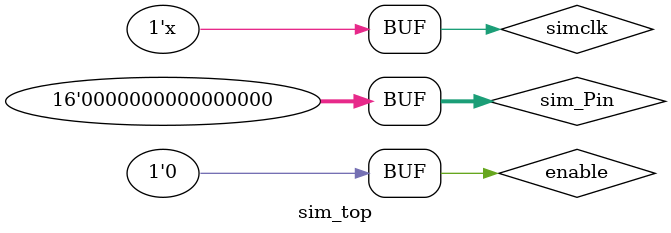
<source format=sv>
`timescale 1ns / 1ps


module sim_top(

    );
    logic [15:0] sim_Pout;
    logic [15:0] sim_Pin = 0;
    logic sim_Sin = 0;
    logic sim_Sout;
    logic enable = 0;
    logic simclk = 0;
    
    always #1 simclk = ~simclk;
    top UUT(.clk(simclk), .Sin(sim_Sin), .Penable(enable), .Pin(sim_Pin), .Sout(sim_Sout), .Pout(sim_Pout));
    always @(negedge simclk) sim_Sin = ~sim_Sin;
    
endmodule

</source>
